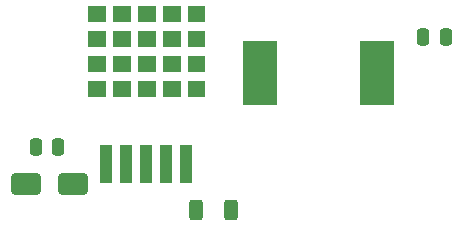
<source format=gtp>
G04 #@! TF.GenerationSoftware,KiCad,Pcbnew,9.0.1*
G04 #@! TF.CreationDate,2025-08-22T15:47:16+05:00*
G04 #@! TF.ProjectId,dc_boost_converter,64635f62-6f6f-4737-945f-636f6e766572,rev?*
G04 #@! TF.SameCoordinates,Original*
G04 #@! TF.FileFunction,Paste,Top*
G04 #@! TF.FilePolarity,Positive*
%FSLAX46Y46*%
G04 Gerber Fmt 4.6, Leading zero omitted, Abs format (unit mm)*
G04 Created by KiCad (PCBNEW 9.0.1) date 2025-08-22 15:47:16*
%MOMM*%
%LPD*%
G01*
G04 APERTURE LIST*
G04 Aperture macros list*
%AMRoundRect*
0 Rectangle with rounded corners*
0 $1 Rounding radius*
0 $2 $3 $4 $5 $6 $7 $8 $9 X,Y pos of 4 corners*
0 Add a 4 corners polygon primitive as box body*
4,1,4,$2,$3,$4,$5,$6,$7,$8,$9,$2,$3,0*
0 Add four circle primitives for the rounded corners*
1,1,$1+$1,$2,$3*
1,1,$1+$1,$4,$5*
1,1,$1+$1,$6,$7*
1,1,$1+$1,$8,$9*
0 Add four rect primitives between the rounded corners*
20,1,$1+$1,$2,$3,$4,$5,0*
20,1,$1+$1,$4,$5,$6,$7,0*
20,1,$1+$1,$6,$7,$8,$9,0*
20,1,$1+$1,$8,$9,$2,$3,0*%
G04 Aperture macros list end*
%ADD10C,0.010000*%
%ADD11R,2.900000X5.400000*%
%ADD12R,1.050000X3.210000*%
%ADD13RoundRect,0.250000X0.312500X0.625000X-0.312500X0.625000X-0.312500X-0.625000X0.312500X-0.625000X0*%
%ADD14RoundRect,0.250000X-0.250000X-0.475000X0.250000X-0.475000X0.250000X0.475000X-0.250000X0.475000X0*%
%ADD15RoundRect,0.250000X0.250000X0.475000X-0.250000X0.475000X-0.250000X-0.475000X0.250000X-0.475000X0*%
%ADD16RoundRect,0.250000X1.000000X0.650000X-1.000000X0.650000X-1.000000X-0.650000X1.000000X-0.650000X0*%
G04 APERTURE END LIST*
D10*
X146590000Y-76538500D02*
X145170000Y-76538500D01*
X145170000Y-75278500D01*
X146590000Y-75278500D01*
X146590000Y-76538500D01*
G36*
X146590000Y-76538500D02*
G01*
X145170000Y-76538500D01*
X145170000Y-75278500D01*
X146590000Y-75278500D01*
X146590000Y-76538500D01*
G37*
X146590000Y-78658500D02*
X145170000Y-78658500D01*
X145170000Y-77398500D01*
X146590000Y-77398500D01*
X146590000Y-78658500D01*
G36*
X146590000Y-78658500D02*
G01*
X145170000Y-78658500D01*
X145170000Y-77398500D01*
X146590000Y-77398500D01*
X146590000Y-78658500D01*
G37*
X146590000Y-80778500D02*
X145170000Y-80778500D01*
X145170000Y-79518500D01*
X146590000Y-79518500D01*
X146590000Y-80778500D01*
G36*
X146590000Y-80778500D02*
G01*
X145170000Y-80778500D01*
X145170000Y-79518500D01*
X146590000Y-79518500D01*
X146590000Y-80778500D01*
G37*
X146590000Y-82898500D02*
X145170000Y-82898500D01*
X145170000Y-81638500D01*
X146590000Y-81638500D01*
X146590000Y-82898500D01*
G36*
X146590000Y-82898500D02*
G01*
X145170000Y-82898500D01*
X145170000Y-81638500D01*
X146590000Y-81638500D01*
X146590000Y-82898500D01*
G37*
X148700000Y-76538500D02*
X147280000Y-76538500D01*
X147280000Y-75278500D01*
X148700000Y-75278500D01*
X148700000Y-76538500D01*
G36*
X148700000Y-76538500D02*
G01*
X147280000Y-76538500D01*
X147280000Y-75278500D01*
X148700000Y-75278500D01*
X148700000Y-76538500D01*
G37*
X148700000Y-78658500D02*
X147280000Y-78658500D01*
X147280000Y-77398500D01*
X148700000Y-77398500D01*
X148700000Y-78658500D01*
G36*
X148700000Y-78658500D02*
G01*
X147280000Y-78658500D01*
X147280000Y-77398500D01*
X148700000Y-77398500D01*
X148700000Y-78658500D01*
G37*
X148700000Y-80778500D02*
X147280000Y-80778500D01*
X147280000Y-79518500D01*
X148700000Y-79518500D01*
X148700000Y-80778500D01*
G36*
X148700000Y-80778500D02*
G01*
X147280000Y-80778500D01*
X147280000Y-79518500D01*
X148700000Y-79518500D01*
X148700000Y-80778500D01*
G37*
X148700000Y-82898500D02*
X147280000Y-82898500D01*
X147280000Y-81638500D01*
X148700000Y-81638500D01*
X148700000Y-82898500D01*
G36*
X148700000Y-82898500D02*
G01*
X147280000Y-82898500D01*
X147280000Y-81638500D01*
X148700000Y-81638500D01*
X148700000Y-82898500D01*
G37*
X150810000Y-76538500D02*
X149390000Y-76538500D01*
X149390000Y-75278500D01*
X150810000Y-75278500D01*
X150810000Y-76538500D01*
G36*
X150810000Y-76538500D02*
G01*
X149390000Y-76538500D01*
X149390000Y-75278500D01*
X150810000Y-75278500D01*
X150810000Y-76538500D01*
G37*
X150810000Y-78658500D02*
X149390000Y-78658500D01*
X149390000Y-77398500D01*
X150810000Y-77398500D01*
X150810000Y-78658500D01*
G36*
X150810000Y-78658500D02*
G01*
X149390000Y-78658500D01*
X149390000Y-77398500D01*
X150810000Y-77398500D01*
X150810000Y-78658500D01*
G37*
X150810000Y-80778500D02*
X149390000Y-80778500D01*
X149390000Y-79518500D01*
X150810000Y-79518500D01*
X150810000Y-80778500D01*
G36*
X150810000Y-80778500D02*
G01*
X149390000Y-80778500D01*
X149390000Y-79518500D01*
X150810000Y-79518500D01*
X150810000Y-80778500D01*
G37*
X150810000Y-82898500D02*
X149390000Y-82898500D01*
X149390000Y-81638500D01*
X150810000Y-81638500D01*
X150810000Y-82898500D01*
G36*
X150810000Y-82898500D02*
G01*
X149390000Y-82898500D01*
X149390000Y-81638500D01*
X150810000Y-81638500D01*
X150810000Y-82898500D01*
G37*
X152920000Y-76538500D02*
X151500000Y-76538500D01*
X151500000Y-75278500D01*
X152920000Y-75278500D01*
X152920000Y-76538500D01*
G36*
X152920000Y-76538500D02*
G01*
X151500000Y-76538500D01*
X151500000Y-75278500D01*
X152920000Y-75278500D01*
X152920000Y-76538500D01*
G37*
X152920000Y-78658500D02*
X151500000Y-78658500D01*
X151500000Y-77398500D01*
X152920000Y-77398500D01*
X152920000Y-78658500D01*
G36*
X152920000Y-78658500D02*
G01*
X151500000Y-78658500D01*
X151500000Y-77398500D01*
X152920000Y-77398500D01*
X152920000Y-78658500D01*
G37*
X152920000Y-80778500D02*
X151500000Y-80778500D01*
X151500000Y-79518500D01*
X152920000Y-79518500D01*
X152920000Y-80778500D01*
G36*
X152920000Y-80778500D02*
G01*
X151500000Y-80778500D01*
X151500000Y-79518500D01*
X152920000Y-79518500D01*
X152920000Y-80778500D01*
G37*
X152920000Y-82898500D02*
X151500000Y-82898500D01*
X151500000Y-81638500D01*
X152920000Y-81638500D01*
X152920000Y-82898500D01*
G36*
X152920000Y-82898500D02*
G01*
X151500000Y-82898500D01*
X151500000Y-81638500D01*
X152920000Y-81638500D01*
X152920000Y-82898500D01*
G37*
X155030000Y-76538500D02*
X153610000Y-76538500D01*
X153610000Y-75278500D01*
X155030000Y-75278500D01*
X155030000Y-76538500D01*
G36*
X155030000Y-76538500D02*
G01*
X153610000Y-76538500D01*
X153610000Y-75278500D01*
X155030000Y-75278500D01*
X155030000Y-76538500D01*
G37*
X155030000Y-78658500D02*
X153610000Y-78658500D01*
X153610000Y-77398500D01*
X155030000Y-77398500D01*
X155030000Y-78658500D01*
G36*
X155030000Y-78658500D02*
G01*
X153610000Y-78658500D01*
X153610000Y-77398500D01*
X155030000Y-77398500D01*
X155030000Y-78658500D01*
G37*
X155030000Y-80778500D02*
X153610000Y-80778500D01*
X153610000Y-79518500D01*
X155030000Y-79518500D01*
X155030000Y-80778500D01*
G36*
X155030000Y-80778500D02*
G01*
X153610000Y-80778500D01*
X153610000Y-79518500D01*
X155030000Y-79518500D01*
X155030000Y-80778500D01*
G37*
X155030000Y-82898500D02*
X153610000Y-82898500D01*
X153610000Y-81638500D01*
X155030000Y-81638500D01*
X155030000Y-82898500D01*
G36*
X155030000Y-82898500D02*
G01*
X153610000Y-82898500D01*
X153610000Y-81638500D01*
X155030000Y-81638500D01*
X155030000Y-82898500D01*
G37*
D11*
X159750000Y-81000000D03*
X169650000Y-81000000D03*
D12*
X146700000Y-88718500D03*
X148400000Y-88718500D03*
X150100000Y-88718500D03*
X151800000Y-88718500D03*
X153500000Y-88718500D03*
D13*
X157262500Y-92600000D03*
X154337500Y-92600000D03*
D14*
X173550000Y-77900000D03*
X175450000Y-77900000D03*
D15*
X142650000Y-87200000D03*
X140750000Y-87200000D03*
D16*
X143900000Y-90400000D03*
X139900000Y-90400000D03*
M02*

</source>
